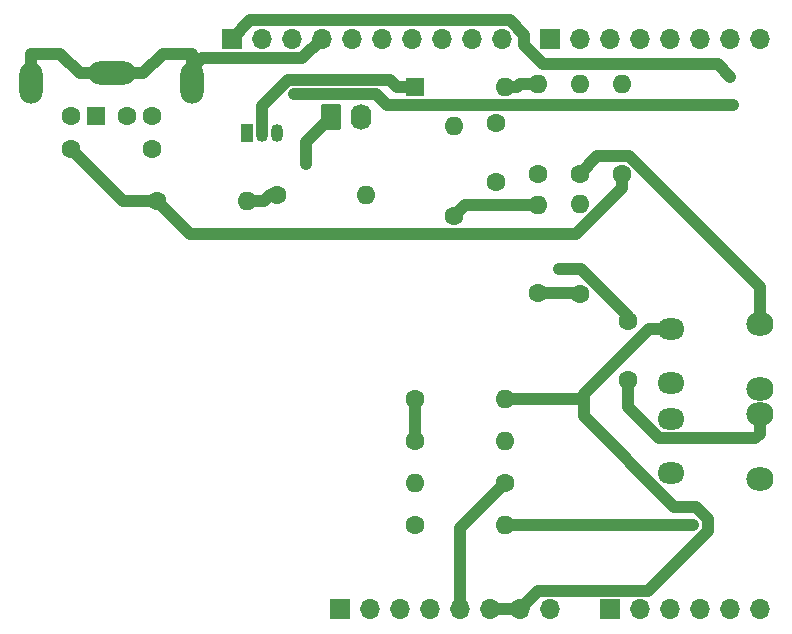
<source format=gtl>
%TF.GenerationSoftware,KiCad,Pcbnew,(6.0.6)*%
%TF.CreationDate,2022-07-11T15:05:09+02:00*%
%TF.ProjectId,ZXSpectrumFPGAShield,5a585370-6563-4747-9275-6d4650474153,rev?*%
%TF.SameCoordinates,Original*%
%TF.FileFunction,Copper,L1,Top*%
%TF.FilePolarity,Positive*%
%FSLAX46Y46*%
G04 Gerber Fmt 4.6, Leading zero omitted, Abs format (unit mm)*
G04 Created by KiCad (PCBNEW (6.0.6)) date 2022-07-11 15:05:09*
%MOMM*%
%LPD*%
G01*
G04 APERTURE LIST*
G04 Aperture macros list*
%AMRoundRect*
0 Rectangle with rounded corners*
0 $1 Rounding radius*
0 $2 $3 $4 $5 $6 $7 $8 $9 X,Y pos of 4 corners*
0 Add a 4 corners polygon primitive as box body*
4,1,4,$2,$3,$4,$5,$6,$7,$8,$9,$2,$3,0*
0 Add four circle primitives for the rounded corners*
1,1,$1+$1,$2,$3*
1,1,$1+$1,$4,$5*
1,1,$1+$1,$6,$7*
1,1,$1+$1,$8,$9*
0 Add four rect primitives between the rounded corners*
20,1,$1+$1,$2,$3,$4,$5,0*
20,1,$1+$1,$4,$5,$6,$7,0*
20,1,$1+$1,$6,$7,$8,$9,0*
20,1,$1+$1,$8,$9,$2,$3,0*%
G04 Aperture macros list end*
%TA.AperFunction,ComponentPad*%
%ADD10C,1.600000*%
%TD*%
%TA.AperFunction,ComponentPad*%
%ADD11O,1.600000X1.600000*%
%TD*%
%TA.AperFunction,ComponentPad*%
%ADD12R,1.700000X1.700000*%
%TD*%
%TA.AperFunction,ComponentPad*%
%ADD13O,1.700000X1.700000*%
%TD*%
%TA.AperFunction,ComponentPad*%
%ADD14RoundRect,0.250000X-0.620000X-0.845000X0.620000X-0.845000X0.620000X0.845000X-0.620000X0.845000X0*%
%TD*%
%TA.AperFunction,ComponentPad*%
%ADD15O,1.740000X2.190000*%
%TD*%
%TA.AperFunction,ComponentPad*%
%ADD16R,1.600000X1.600000*%
%TD*%
%TA.AperFunction,ComponentPad*%
%ADD17O,2.000000X3.500000*%
%TD*%
%TA.AperFunction,ComponentPad*%
%ADD18O,4.000000X2.000000*%
%TD*%
%TA.AperFunction,ComponentPad*%
%ADD19O,2.300000X1.800000*%
%TD*%
%TA.AperFunction,ComponentPad*%
%ADD20O,2.300000X2.000000*%
%TD*%
%TA.AperFunction,ComponentPad*%
%ADD21R,1.050000X1.500000*%
%TD*%
%TA.AperFunction,ComponentPad*%
%ADD22O,1.050000X1.500000*%
%TD*%
%TA.AperFunction,ViaPad*%
%ADD23C,0.600000*%
%TD*%
%TA.AperFunction,Conductor*%
%ADD24C,1.000000*%
%TD*%
G04 APERTURE END LIST*
D10*
%TO.P,R10,1*%
%TO.N,Net-(C2-Pad2)*%
X137592000Y-64186000D03*
D11*
%TO.P,R10,2*%
%TO.N,MIC{slash}TAPE*%
X137592000Y-56566000D03*
%TD*%
D10*
%TO.P,R9,1*%
%TO.N,Net-(LS1-Pad1)*%
X134290000Y-83236000D03*
D11*
%TO.P,R9,2*%
%TO.N,Net-(Q1-Pad1)*%
X141910000Y-83236000D03*
%TD*%
D10*
%TO.P,R8,1*%
%TO.N,Net-(LS1-Pad1)*%
X134290000Y-79680000D03*
D11*
%TO.P,R8,2*%
%TO.N,GND*%
X141910000Y-79680000D03*
%TD*%
D12*
%TO.P,J1,1,Pin_1*%
%TO.N,unconnected-(J1-Pad1)*%
X127940000Y-97460000D03*
D13*
%TO.P,J1,2,Pin_2*%
%TO.N,/IOREF*%
X130480000Y-97460000D03*
%TO.P,J1,3,Pin_3*%
%TO.N,/~{RESET}*%
X133020000Y-97460000D03*
%TO.P,J1,4,Pin_4*%
%TO.N,+3V3*%
X135560000Y-97460000D03*
%TO.P,J1,5,Pin_5*%
%TO.N,+5V*%
X138100000Y-97460000D03*
%TO.P,J1,6,Pin_6*%
%TO.N,GND*%
X140640000Y-97460000D03*
%TO.P,J1,7,Pin_7*%
X143180000Y-97460000D03*
%TO.P,J1,8,Pin_8*%
%TO.N,VCC*%
X145720000Y-97460000D03*
%TD*%
D12*
%TO.P,J3,1,Pin_1*%
%TO.N,/A0*%
X150800000Y-97460000D03*
D13*
%TO.P,J3,2,Pin_2*%
%TO.N,/A1*%
X153340000Y-97460000D03*
%TO.P,J3,3,Pin_3*%
%TO.N,/A2*%
X155880000Y-97460000D03*
%TO.P,J3,4,Pin_4*%
%TO.N,/A3*%
X158420000Y-97460000D03*
%TO.P,J3,5,Pin_5*%
%TO.N,/SDA{slash}A4*%
X160960000Y-97460000D03*
%TO.P,J3,6,Pin_6*%
%TO.N,/SCL{slash}A5*%
X163500000Y-97460000D03*
%TD*%
D12*
%TO.P,J2,1,Pin_1*%
%TO.N,/SCL{slash}A5*%
X118796000Y-49200000D03*
D13*
%TO.P,J2,2,Pin_2*%
%TO.N,/SDA{slash}A4*%
X121336000Y-49200000D03*
%TO.P,J2,3,Pin_3*%
%TO.N,/AREF*%
X123876000Y-49200000D03*
%TO.P,J2,4,Pin_4*%
%TO.N,GND*%
X126416000Y-49200000D03*
%TO.P,J2,5,Pin_5*%
%TO.N,/13*%
X128956000Y-49200000D03*
%TO.P,J2,6,Pin_6*%
%TO.N,/12*%
X131496000Y-49200000D03*
%TO.P,J2,7,Pin_7*%
%TO.N,/\u002A11*%
X134036000Y-49200000D03*
%TO.P,J2,8,Pin_8*%
%TO.N,/\u002A10*%
X136576000Y-49200000D03*
%TO.P,J2,9,Pin_9*%
%TO.N,/\u002A9*%
X139116000Y-49200000D03*
%TO.P,J2,10,Pin_10*%
%TO.N,MIC{slash}TAPE*%
X141656000Y-49200000D03*
%TD*%
D12*
%TO.P,J4,1,Pin_1*%
%TO.N,/7*%
X145720000Y-49200000D03*
D13*
%TO.P,J4,2,Pin_2*%
%TO.N,/\u002A6*%
X148260000Y-49200000D03*
%TO.P,J4,3,Pin_3*%
%TO.N,/\u002A5*%
X150800000Y-49200000D03*
%TO.P,J4,4,Pin_4*%
%TO.N,/4*%
X153340000Y-49200000D03*
%TO.P,J4,5,Pin_5*%
%TO.N,/\u002A3*%
X155880000Y-49200000D03*
%TO.P,J4,6,Pin_6*%
%TO.N,/2*%
X158420000Y-49200000D03*
%TO.P,J4,7,Pin_7*%
%TO.N,/TX{slash}1*%
X160960000Y-49200000D03*
%TO.P,J4,8,Pin_8*%
%TO.N,/RX{slash}0*%
X163500000Y-49200000D03*
%TD*%
D10*
%TO.P,R1,1*%
%TO.N,Net-(J8-Pad5)*%
X112446000Y-62916000D03*
D11*
%TO.P,R1,2*%
%TO.N,+5V*%
X120066000Y-62916000D03*
%TD*%
D14*
%TO.P,LS1,1,1*%
%TO.N,Net-(LS1-Pad1)*%
X127178000Y-55824000D03*
D15*
%TO.P,LS1,2,2*%
%TO.N,GND*%
X129718000Y-55824000D03*
%TD*%
D10*
%TO.P,R4,1*%
%TO.N,Net-(J8-Pad1)*%
X134290000Y-90348000D03*
D11*
%TO.P,R4,2*%
%TO.N,/TX{slash}1*%
X141910000Y-90348000D03*
%TD*%
D10*
%TO.P,R6,1*%
%TO.N,Net-(J6-PadT)*%
X148260000Y-60630000D03*
D11*
%TO.P,R6,2*%
%TO.N,Net-(C2-Pad1)*%
X148260000Y-53010000D03*
%TD*%
D10*
%TO.P,C1,1*%
%TO.N,+5V*%
X122666000Y-62408000D03*
D11*
%TO.P,C1,2*%
%TO.N,GND*%
X130166000Y-62408000D03*
%TD*%
D16*
%TO.P,J8,1*%
%TO.N,Net-(J8-Pad1)*%
X107326000Y-55747000D03*
D10*
%TO.P,J8,2*%
%TO.N,unconnected-(J8-Pad2)*%
X109926000Y-55747000D03*
%TO.P,J8,3*%
%TO.N,GND*%
X105226000Y-55747000D03*
%TO.P,J8,4*%
%TO.N,+5V*%
X112026000Y-55747000D03*
%TO.P,J8,5*%
%TO.N,Net-(J8-Pad5)*%
X105226000Y-58547000D03*
%TO.P,J8,6*%
%TO.N,unconnected-(J8-Pad6)*%
X112026000Y-58547000D03*
D17*
%TO.P,J8,7,shield*%
%TO.N,GND*%
X101776000Y-52897000D03*
X115476000Y-52897000D03*
D18*
X108626000Y-52097000D03*
%TD*%
D19*
%TO.P,J6,R*%
%TO.N,N/C*%
X156000000Y-78380000D03*
%TO.P,J6,S*%
%TO.N,GND*%
X156000000Y-73780000D03*
D20*
%TO.P,J6,T*%
%TO.N,Net-(J6-PadT)*%
X163500000Y-78830000D03*
X163500000Y-73330000D03*
%TD*%
D10*
%TO.P,R7,1*%
%TO.N,Net-(C3-Pad2)*%
X144704000Y-60630000D03*
D11*
%TO.P,R7,2*%
%TO.N,Net-(C2-Pad2)*%
X144704000Y-53010000D03*
%TD*%
D10*
%TO.P,C2,1*%
%TO.N,Net-(C2-Pad1)*%
X141148000Y-61352000D03*
%TO.P,C2,2*%
%TO.N,Net-(C2-Pad2)*%
X141148000Y-56352000D03*
%TD*%
D16*
%TO.P,D1,1,K*%
%TO.N,Net-(D1-Pad1)*%
X134290000Y-53264000D03*
D11*
%TO.P,D1,2,A*%
%TO.N,Net-(C2-Pad2)*%
X141910000Y-53264000D03*
%TD*%
D21*
%TO.P,Q1,1,E*%
%TO.N,Net-(Q1-Pad1)*%
X120066000Y-57180000D03*
D22*
%TO.P,Q1,2,B*%
%TO.N,Net-(D1-Pad1)*%
X121336000Y-57180000D03*
%TO.P,Q1,3,C*%
%TO.N,+5V*%
X122606000Y-57180000D03*
%TD*%
D10*
%TO.P,R2,1*%
%TO.N,+5V*%
X141910000Y-86792000D03*
D11*
%TO.P,R2,2*%
%TO.N,Net-(J8-Pad1)*%
X134290000Y-86792000D03*
%TD*%
D10*
%TO.P,R5,1*%
%TO.N,GND*%
X148260000Y-70790000D03*
D11*
%TO.P,R5,2*%
%TO.N,Net-(J6-PadT)*%
X148260000Y-63170000D03*
%TD*%
D10*
%TO.P,C3,1*%
%TO.N,Net-(C3-Pad1)*%
X152324000Y-78116000D03*
%TO.P,C3,2*%
%TO.N,Net-(C3-Pad2)*%
X152324000Y-73116000D03*
%TD*%
%TO.P,C4,1*%
%TO.N,GND*%
X144704000Y-70730000D03*
D11*
%TO.P,C4,2*%
%TO.N,Net-(C2-Pad2)*%
X144704000Y-63230000D03*
%TD*%
D19*
%TO.P,J5,R*%
%TO.N,N/C*%
X156000000Y-86000000D03*
%TO.P,J5,S*%
%TO.N,GND*%
X156000000Y-81400000D03*
D20*
%TO.P,J5,T*%
%TO.N,Net-(C3-Pad1)*%
X163500000Y-80950000D03*
X163500000Y-86450000D03*
%TD*%
D11*
%TO.P,R3,2*%
%TO.N,/\u002A5*%
X151816000Y-53010000D03*
D10*
%TO.P,R3,1*%
%TO.N,Net-(J8-Pad5)*%
X151816000Y-60630000D03*
%TD*%
D23*
%TO.N,Net-(LS1-Pad1)*%
X125109500Y-59830700D03*
%TO.N,Net-(C3-Pad2)*%
X146526200Y-68685200D03*
%TO.N,/TX{slash}1*%
X157875500Y-90348000D03*
%TO.N,/SCL{slash}A5*%
X161016000Y-52391800D03*
%TO.N,/SDA{slash}A4*%
X124086000Y-53879500D03*
X161259600Y-54764400D03*
%TD*%
D24*
%TO.N,Net-(C3-Pad1)*%
X152324000Y-80347600D02*
X152324000Y-78116000D01*
X154991800Y-83015400D02*
X152324000Y-80347600D01*
X163134900Y-83015400D02*
X154991800Y-83015400D01*
X163500000Y-82650300D02*
X163134900Y-83015400D01*
X163500000Y-80950000D02*
X163500000Y-82650300D01*
%TO.N,Net-(LS1-Pad1)*%
X125109500Y-57892500D02*
X125109500Y-59830700D01*
X127178000Y-55824000D02*
X125109500Y-57892500D01*
X134290000Y-79680000D02*
X134290000Y-83236000D01*
%TO.N,Net-(J8-Pad5)*%
X115233800Y-65703800D02*
X112446000Y-62916000D01*
X147906000Y-65703800D02*
X115233800Y-65703800D01*
X151816000Y-61793800D02*
X147906000Y-65703800D01*
X151816000Y-60630000D02*
X151816000Y-61793800D01*
X109595000Y-62916000D02*
X112446000Y-62916000D01*
X105226000Y-58547000D02*
X109595000Y-62916000D01*
%TO.N,Net-(J6-PadT)*%
X163500000Y-70191300D02*
X163500000Y-73330000D01*
X152433100Y-59124400D02*
X163500000Y-70191300D01*
X149765600Y-59124400D02*
X152433100Y-59124400D01*
X148260000Y-60630000D02*
X149765600Y-59124400D01*
%TO.N,Net-(D1-Pad1)*%
X121336000Y-57180000D02*
X121336000Y-55729700D01*
X121336000Y-54881100D02*
X121336000Y-55729700D01*
X123553300Y-52663800D02*
X121336000Y-54881100D01*
X132189500Y-52663800D02*
X123553300Y-52663800D01*
X132789700Y-53264000D02*
X132189500Y-52663800D01*
X134290000Y-53264000D02*
X132789700Y-53264000D01*
%TO.N,Net-(C3-Pad2)*%
X148361800Y-68685200D02*
X146526200Y-68685200D01*
X152324000Y-72647400D02*
X148361800Y-68685200D01*
X152324000Y-73116000D02*
X152324000Y-72647400D01*
%TO.N,Net-(C2-Pad2)*%
X138548000Y-63230000D02*
X137592000Y-64186000D01*
X144704000Y-63230000D02*
X138548000Y-63230000D01*
X142949700Y-53264000D02*
X143203700Y-53010000D01*
X141910000Y-53264000D02*
X142949700Y-53264000D01*
X144704000Y-53010000D02*
X143203700Y-53010000D01*
%TO.N,/TX{slash}1*%
X141910000Y-90348000D02*
X157875500Y-90348000D01*
%TO.N,/SCL{slash}A5*%
X159989000Y-51364800D02*
X161016000Y-52391800D01*
X145180800Y-51364800D02*
X159989000Y-51364800D01*
X143564900Y-49748900D02*
X145180800Y-51364800D01*
X143564900Y-48842900D02*
X143564900Y-49748900D01*
X142360200Y-47638200D02*
X143564900Y-48842900D01*
X120357800Y-47638200D02*
X142360200Y-47638200D01*
X118796000Y-49200000D02*
X120357800Y-47638200D01*
%TO.N,/SDA{slash}A4*%
X131909800Y-54764400D02*
X161259600Y-54764400D01*
X131024900Y-53879500D02*
X131909800Y-54764400D01*
X124086000Y-53879500D02*
X131024900Y-53879500D01*
%TO.N,+5V*%
X138100000Y-90602000D02*
X138100000Y-97460000D01*
X141910000Y-86792000D02*
X138100000Y-90602000D01*
X122074300Y-62408000D02*
X121566300Y-62916000D01*
X122666000Y-62408000D02*
X122074300Y-62408000D01*
X120066000Y-62916000D02*
X121566300Y-62916000D01*
%TO.N,GND*%
X148200000Y-70730000D02*
X148260000Y-70790000D01*
X144704000Y-70730000D02*
X148200000Y-70730000D01*
X156000000Y-73780000D02*
X154149700Y-73780000D01*
X104275400Y-50446700D02*
X101776000Y-50446700D01*
X105925700Y-52097000D02*
X104275400Y-50446700D01*
X101776000Y-52897000D02*
X101776000Y-50446700D01*
X108626000Y-52097000D02*
X105925700Y-52097000D01*
X112976600Y-50446700D02*
X111326300Y-52097000D01*
X115476000Y-50446700D02*
X112976600Y-50446700D01*
X108626000Y-52097000D02*
X111326300Y-52097000D01*
X115476000Y-52897000D02*
X115476000Y-51671800D01*
X115476000Y-51671800D02*
X115476000Y-50446700D01*
X116284400Y-50863400D02*
X115476000Y-51671800D01*
X124752600Y-50863400D02*
X116284400Y-50863400D01*
X126416000Y-49200000D02*
X124752600Y-50863400D01*
X148645700Y-79680000D02*
X141910000Y-79680000D01*
X148645700Y-79284000D02*
X154149700Y-73780000D01*
X148645700Y-79680000D02*
X148645700Y-79284000D01*
X143180000Y-97460000D02*
X140640000Y-97460000D01*
X148645700Y-81165400D02*
X148645700Y-79680000D01*
X156278800Y-88798500D02*
X148645700Y-81165400D01*
X158072200Y-88798500D02*
X156278800Y-88798500D01*
X159107300Y-89833600D02*
X158072200Y-88798500D01*
X159107300Y-90843800D02*
X159107300Y-89833600D01*
X154041500Y-95909600D02*
X159107300Y-90843800D01*
X144730400Y-95909600D02*
X154041500Y-95909600D01*
X143180000Y-97460000D02*
X144730400Y-95909600D01*
%TD*%
M02*

</source>
